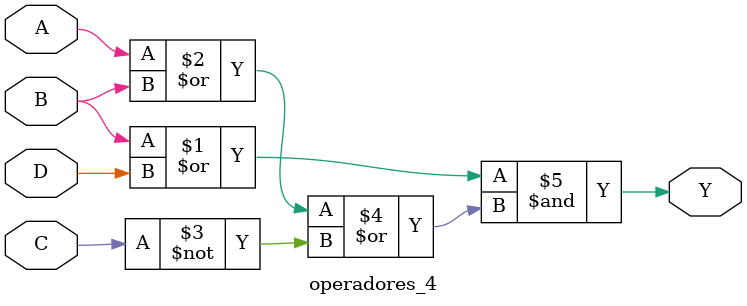
<source format=v>


module gateLevel_1(input wire A, B, C, output wire Y);

  wire notA, notB, notC, or1, or2;

  // Not's 
  
  not (notA, A);
  not (notB, B);
  not (notC, C);
  
  // Or's
  
  or  (or1, A, notC);
  or  (or2, notA, notB, C);
  
  // And's
  
  and (Y, or1, or2);
  
endmodule

// Ejercicio 1 Tabla 2;

module gateLevel_2(input wire A, B, C, output wire Y);

  wire notA, notB, notC, or1, or2;

  // Not's 
  
  not (Y, B);
  
endmodule

// Ejercicio 2 Tabla 2;

module gateLevel_3(input wire A, B, C, output wire Y);

  wire notA, notB, notC, or1, or2;

  // Not's 
  
  not (notB, B);
  
  // Or's
  
  or  (Y, notB, C);
    
endmodule

// Ejercicio 2 Tabla 4;

module gateLevel_4(input wire A, B, C, output wire Y);

  wire notA, notB, notC, or1, or2;

  // Not's 
  
  not (notA, A);
  not (notC, C);
  
  // Or's
  
  or  (or1, notA, B);
  or  (or2, B, notC);
  
  // And's
  
  and (Y, or1, or2);
  
endmodule


// Ejercicio 1 Tabla 3
module operadores_1(input wire A, B, C, D, output wire Y);

  assign Y = (~A & ~B & ~C & ~D) | (~A & ~B & C & D) | (~A & B & ~C & D) | (~A & B & C & ~D) | (A & B & ~C & ~D) | (A & B & C & D) | (A & ~B & ~C & D) | (A & ~B & C & ~D);

endmodule

// Ejercicio 1 Tabla 4
module operadores_2(input wire A, B, C, D, output wire Y);

  assign Y = A & (~A | B | C | ~D);

endmodule

// Ejercicio 2 Tabla 1
module operadores_3(input wire A, B, C, D, output wire Y);

  assign Y = (~B & ~C & ~D) | (A & ~C) | (A & ~B) | (A & C & ~D);

endmodule

// Ejercicio 2 Tabla 3
module operadores_4(input wire A, B, C, D, output wire Y);

  assign Y = (B | D) & (A | B | ~C);
  
endmodule
</source>
